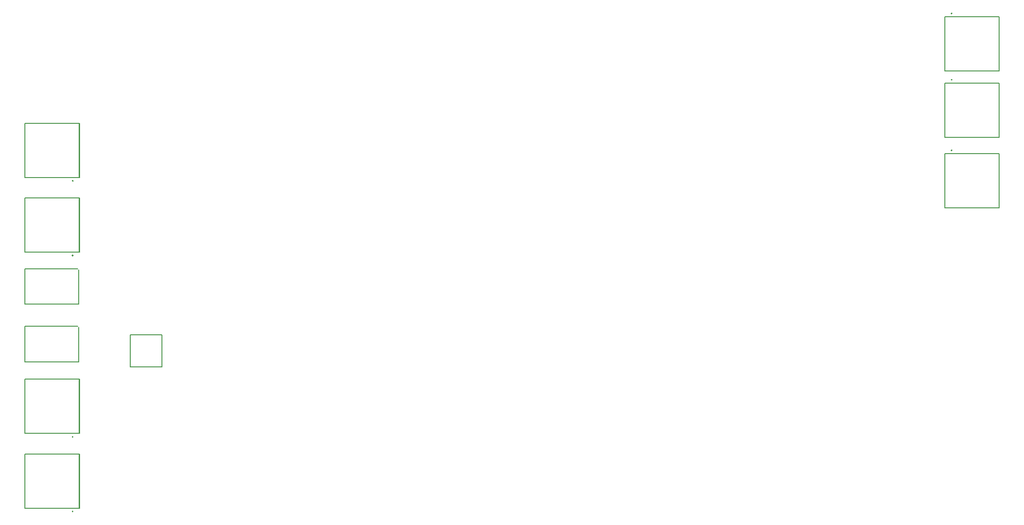
<source format=gbr>
%TF.GenerationSoftware,Altium Limited,Altium Designer,20.1.14 (287)*%
G04 Layer_Color=32896*
%FSLAX25Y25*%
%MOIN*%
%TF.SameCoordinates,420D9B4C-C7A0-47ED-81AF-82C992674030*%
%TF.FilePolarity,Positive*%
%TF.FileFunction,Other,Bottom_Assembly*%
%TF.Part,Single*%
G01*
G75*
%TA.AperFunction,NonConductor*%
%ADD61C,0.00787*%
%ADD63C,0.00500*%
D61*
X38258Y291378D02*
G03*
X38258Y291378I-394J0D01*
G01*
D02*
G03*
X38258Y291378I-394J0D01*
G01*
Y346453D02*
G03*
X38258Y346453I-394J0D01*
G01*
D02*
G03*
X38258Y346453I-394J0D01*
G01*
Y157652D02*
G03*
X38258Y157652I-394J0D01*
G01*
D02*
G03*
X38258Y157652I-394J0D01*
G01*
Y102576D02*
G03*
X38258Y102576I-394J0D01*
G01*
D02*
G03*
X38258Y102576I-394J0D01*
G01*
X686029Y469941D02*
G03*
X686029Y469941I-394J0D01*
G01*
D02*
G03*
X686029Y469941I-394J0D01*
G01*
Y421035D02*
G03*
X686029Y421035I-394J0D01*
G01*
D02*
G03*
X686029Y421035I-394J0D01*
G01*
Y368941D02*
G03*
X686029Y368941I-394J0D01*
G01*
D02*
G03*
X686029Y368941I-394J0D01*
G01*
D63*
X2746Y293839D02*
X42856D01*
X2746Y333799D02*
X42856D01*
X42756Y293839D02*
Y333799D01*
X2746Y293839D02*
Y333799D01*
Y293839D02*
X42756D01*
X2746Y333799D02*
X42756D01*
X42856Y293839D02*
Y333799D01*
X2746Y293839D02*
Y333799D01*
Y348914D02*
Y388875D01*
X42856Y348914D02*
Y388875D01*
X2746D02*
X42756D01*
X2746Y348914D02*
X42756D01*
X2746D02*
Y388875D01*
X42756Y348914D02*
Y388875D01*
X2746D02*
X42856D01*
X2746Y348914D02*
X42856D01*
X80189Y209189D02*
Y232811D01*
Y209189D02*
X103811D01*
Y232811D01*
X80189D02*
X103811D01*
X80189Y209189D02*
Y232811D01*
Y209189D02*
X103811D01*
Y232811D01*
X80189D02*
X103811D01*
X2571Y255410D02*
Y281591D01*
X41587D01*
X2571Y255410D02*
Y281591D01*
X41587D01*
X2571Y255410D02*
X42296D01*
X2571D02*
X42296D01*
Y280881D01*
Y255410D02*
Y280881D01*
X2746Y212967D02*
Y239148D01*
X41762D01*
X2746Y212967D02*
Y239148D01*
X41762D01*
X2746Y212967D02*
X42472D01*
X2746D02*
X42472D01*
Y238438D01*
Y212967D02*
Y238438D01*
X2746Y160112D02*
X42856D01*
X2746Y200073D02*
X42856D01*
X42756Y160112D02*
Y200073D01*
X2746Y160112D02*
Y200073D01*
Y160112D02*
X42756D01*
X2746Y200073D02*
X42756D01*
X42856Y160112D02*
Y200073D01*
X2746Y160112D02*
Y200073D01*
Y105037D02*
X42856D01*
X2746Y144998D02*
X42856D01*
X42756Y105037D02*
Y144998D01*
X2746Y105037D02*
Y144998D01*
Y105037D02*
X42756D01*
X2746Y144998D02*
X42756D01*
X42856Y105037D02*
Y144998D01*
X2746Y105037D02*
Y144998D01*
X720754Y427520D02*
Y467480D01*
X680644Y427520D02*
Y467480D01*
X680744Y427520D02*
X720754D01*
X680744Y467480D02*
X720754D01*
Y427520D02*
Y467480D01*
X680744Y427520D02*
Y467480D01*
X680644Y427520D02*
X720754D01*
X680644Y467480D02*
X720754D01*
Y378614D02*
Y418575D01*
X680644Y378614D02*
Y418575D01*
X680744Y378614D02*
X720754D01*
X680744Y418575D02*
X720754D01*
Y378614D02*
Y418575D01*
X680744Y378614D02*
Y418575D01*
X680644Y378614D02*
X720754D01*
X680644Y418575D02*
X720754D01*
Y326520D02*
Y366480D01*
X680644Y326520D02*
Y366480D01*
X680744Y326520D02*
X720754D01*
X680744Y366480D02*
X720754D01*
Y326520D02*
Y366480D01*
X680744Y326520D02*
Y366480D01*
X680644Y326520D02*
X720754D01*
X680644Y366480D02*
X720754D01*
%TF.MD5,7b9e776276163dfa41258f4ef0d5c279*%
M02*

</source>
